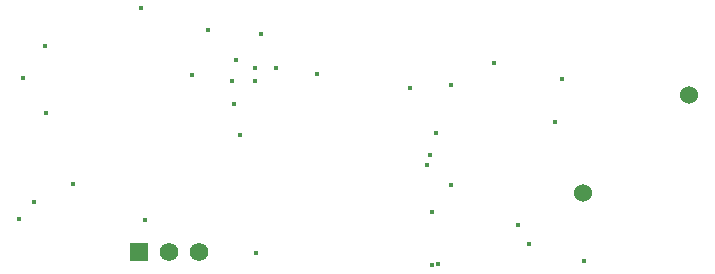
<source format=gbr>
%FSTAX23Y23*%
%MOIN*%
%SFA1B1*%

%IPPOS*%
%ADD34C,0.061811*%
%ADD35R,0.061811X0.061811*%
%ADD36C,0.015748*%
%ADD37C,0.060000*%
G54D34*
X-00518Y-00362D03*
X-00618D03*
G54D35*
X-00718Y-00362D03*
G54D36*
X-0103Y001D03*
X-01118Y-00253D03*
X-0107Y-00196D03*
X-00313Y00363D03*
X-00329Y-00365D03*
X-00384Y00028D03*
X-00263Y00251D03*
X-00396Y00277D03*
X00251Y-00038D03*
X0024Y-00072D03*
X00278Y-00404D03*
X00321Y-0014D03*
X-01105Y00219D03*
X-00126Y0023D03*
X-00333Y00251D03*
X0027Y00035D03*
X00669Y00072D03*
X00545Y-00274D03*
X00581Y-00337D03*
X-00409Y00208D03*
X-00333D03*
X-00402Y00131D03*
X-00939Y-00137D03*
X-01034Y00325D03*
X00259Y-0023D03*
X00764Y-00393D03*
X00256Y-00406D03*
X-00713Y0045D03*
X00692Y00213D03*
X00322Y00193D03*
X00463Y00268D03*
X00185Y00185D03*
X-00544Y00229D03*
X-00488Y00376D03*
X-00698Y-00255D03*
G54D37*
X01114Y00161D03*
X0076Y-00165D03*
M02*
</source>
